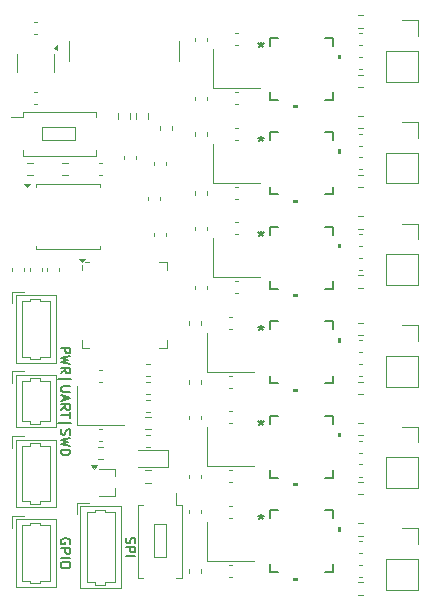
<source format=gbr>
%TF.GenerationSoftware,KiCad,Pcbnew,8.0.8*%
%TF.CreationDate,2025-01-27T12:16:44-05:00*%
%TF.ProjectId,CAN Board,43414e20-426f-4617-9264-2e6b69636164,rev?*%
%TF.SameCoordinates,Original*%
%TF.FileFunction,Legend,Top*%
%TF.FilePolarity,Positive*%
%FSLAX46Y46*%
G04 Gerber Fmt 4.6, Leading zero omitted, Abs format (unit mm)*
G04 Created by KiCad (PCBNEW 8.0.8) date 2025-01-27 12:16:44*
%MOMM*%
%LPD*%
G01*
G04 APERTURE LIST*
%ADD10C,0.150000*%
%ADD11C,0.120000*%
%ADD12C,0.152400*%
%ADD13C,0.000000*%
G04 APERTURE END LIST*
D10*
X31637704Y-40591666D02*
X32437704Y-40591666D01*
X32437704Y-40591666D02*
X32437704Y-40896428D01*
X32437704Y-40896428D02*
X32399609Y-40972618D01*
X32399609Y-40972618D02*
X32361514Y-41010713D01*
X32361514Y-41010713D02*
X32285323Y-41048809D01*
X32285323Y-41048809D02*
X32171038Y-41048809D01*
X32171038Y-41048809D02*
X32094847Y-41010713D01*
X32094847Y-41010713D02*
X32056752Y-40972618D01*
X32056752Y-40972618D02*
X32018657Y-40896428D01*
X32018657Y-40896428D02*
X32018657Y-40591666D01*
X32437704Y-41315475D02*
X31637704Y-41505951D01*
X31637704Y-41505951D02*
X32209133Y-41658332D01*
X32209133Y-41658332D02*
X31637704Y-41810713D01*
X31637704Y-41810713D02*
X32437704Y-42001190D01*
X31637704Y-42763095D02*
X32018657Y-42496428D01*
X31637704Y-42305952D02*
X32437704Y-42305952D01*
X32437704Y-42305952D02*
X32437704Y-42610714D01*
X32437704Y-42610714D02*
X32399609Y-42686904D01*
X32399609Y-42686904D02*
X32361514Y-42724999D01*
X32361514Y-42724999D02*
X32285323Y-42763095D01*
X32285323Y-42763095D02*
X32171038Y-42763095D01*
X32171038Y-42763095D02*
X32094847Y-42724999D01*
X32094847Y-42724999D02*
X32056752Y-42686904D01*
X32056752Y-42686904D02*
X32018657Y-42610714D01*
X32018657Y-42610714D02*
X32018657Y-42305952D01*
X31371038Y-43296428D02*
X32513895Y-43296428D01*
X32437704Y-43867857D02*
X31790085Y-43867857D01*
X31790085Y-43867857D02*
X31713895Y-43905952D01*
X31713895Y-43905952D02*
X31675800Y-43944047D01*
X31675800Y-43944047D02*
X31637704Y-44020238D01*
X31637704Y-44020238D02*
X31637704Y-44172619D01*
X31637704Y-44172619D02*
X31675800Y-44248809D01*
X31675800Y-44248809D02*
X31713895Y-44286904D01*
X31713895Y-44286904D02*
X31790085Y-44325000D01*
X31790085Y-44325000D02*
X32437704Y-44325000D01*
X31866276Y-44667856D02*
X31866276Y-45048809D01*
X31637704Y-44591666D02*
X32437704Y-44858333D01*
X32437704Y-44858333D02*
X31637704Y-45124999D01*
X31637704Y-45848809D02*
X32018657Y-45582142D01*
X31637704Y-45391666D02*
X32437704Y-45391666D01*
X32437704Y-45391666D02*
X32437704Y-45696428D01*
X32437704Y-45696428D02*
X32399609Y-45772618D01*
X32399609Y-45772618D02*
X32361514Y-45810713D01*
X32361514Y-45810713D02*
X32285323Y-45848809D01*
X32285323Y-45848809D02*
X32171038Y-45848809D01*
X32171038Y-45848809D02*
X32094847Y-45810713D01*
X32094847Y-45810713D02*
X32056752Y-45772618D01*
X32056752Y-45772618D02*
X32018657Y-45696428D01*
X32018657Y-45696428D02*
X32018657Y-45391666D01*
X32437704Y-46077380D02*
X32437704Y-46534523D01*
X31637704Y-46305951D02*
X32437704Y-46305951D01*
X31371038Y-46991666D02*
X32513895Y-46991666D01*
X31675800Y-47524999D02*
X31637704Y-47639285D01*
X31637704Y-47639285D02*
X31637704Y-47829761D01*
X31637704Y-47829761D02*
X31675800Y-47905952D01*
X31675800Y-47905952D02*
X31713895Y-47944047D01*
X31713895Y-47944047D02*
X31790085Y-47982142D01*
X31790085Y-47982142D02*
X31866276Y-47982142D01*
X31866276Y-47982142D02*
X31942466Y-47944047D01*
X31942466Y-47944047D02*
X31980561Y-47905952D01*
X31980561Y-47905952D02*
X32018657Y-47829761D01*
X32018657Y-47829761D02*
X32056752Y-47677380D01*
X32056752Y-47677380D02*
X32094847Y-47601190D01*
X32094847Y-47601190D02*
X32132942Y-47563095D01*
X32132942Y-47563095D02*
X32209133Y-47524999D01*
X32209133Y-47524999D02*
X32285323Y-47524999D01*
X32285323Y-47524999D02*
X32361514Y-47563095D01*
X32361514Y-47563095D02*
X32399609Y-47601190D01*
X32399609Y-47601190D02*
X32437704Y-47677380D01*
X32437704Y-47677380D02*
X32437704Y-47867857D01*
X32437704Y-47867857D02*
X32399609Y-47982142D01*
X32437704Y-48248809D02*
X31637704Y-48439285D01*
X31637704Y-48439285D02*
X32209133Y-48591666D01*
X32209133Y-48591666D02*
X31637704Y-48744047D01*
X31637704Y-48744047D02*
X32437704Y-48934524D01*
X31637704Y-49239286D02*
X32437704Y-49239286D01*
X32437704Y-49239286D02*
X32437704Y-49429762D01*
X32437704Y-49429762D02*
X32399609Y-49544048D01*
X32399609Y-49544048D02*
X32323419Y-49620238D01*
X32323419Y-49620238D02*
X32247228Y-49658333D01*
X32247228Y-49658333D02*
X32094847Y-49696429D01*
X32094847Y-49696429D02*
X31980561Y-49696429D01*
X31980561Y-49696429D02*
X31828180Y-49658333D01*
X31828180Y-49658333D02*
X31751990Y-49620238D01*
X31751990Y-49620238D02*
X31675800Y-49544048D01*
X31675800Y-49544048D02*
X31637704Y-49429762D01*
X31637704Y-49429762D02*
X31637704Y-49239286D01*
X32399609Y-57200000D02*
X32437704Y-57123810D01*
X32437704Y-57123810D02*
X32437704Y-57009524D01*
X32437704Y-57009524D02*
X32399609Y-56895238D01*
X32399609Y-56895238D02*
X32323419Y-56819048D01*
X32323419Y-56819048D02*
X32247228Y-56780953D01*
X32247228Y-56780953D02*
X32094847Y-56742857D01*
X32094847Y-56742857D02*
X31980561Y-56742857D01*
X31980561Y-56742857D02*
X31828180Y-56780953D01*
X31828180Y-56780953D02*
X31751990Y-56819048D01*
X31751990Y-56819048D02*
X31675800Y-56895238D01*
X31675800Y-56895238D02*
X31637704Y-57009524D01*
X31637704Y-57009524D02*
X31637704Y-57085715D01*
X31637704Y-57085715D02*
X31675800Y-57200000D01*
X31675800Y-57200000D02*
X31713895Y-57238096D01*
X31713895Y-57238096D02*
X31980561Y-57238096D01*
X31980561Y-57238096D02*
X31980561Y-57085715D01*
X31637704Y-57580953D02*
X32437704Y-57580953D01*
X32437704Y-57580953D02*
X32437704Y-57885715D01*
X32437704Y-57885715D02*
X32399609Y-57961905D01*
X32399609Y-57961905D02*
X32361514Y-58000000D01*
X32361514Y-58000000D02*
X32285323Y-58038096D01*
X32285323Y-58038096D02*
X32171038Y-58038096D01*
X32171038Y-58038096D02*
X32094847Y-58000000D01*
X32094847Y-58000000D02*
X32056752Y-57961905D01*
X32056752Y-57961905D02*
X32018657Y-57885715D01*
X32018657Y-57885715D02*
X32018657Y-57580953D01*
X31637704Y-58380953D02*
X32437704Y-58380953D01*
X32437704Y-58914286D02*
X32437704Y-59066667D01*
X32437704Y-59066667D02*
X32399609Y-59142857D01*
X32399609Y-59142857D02*
X32323419Y-59219048D01*
X32323419Y-59219048D02*
X32171038Y-59257143D01*
X32171038Y-59257143D02*
X31904371Y-59257143D01*
X31904371Y-59257143D02*
X31751990Y-59219048D01*
X31751990Y-59219048D02*
X31675800Y-59142857D01*
X31675800Y-59142857D02*
X31637704Y-59066667D01*
X31637704Y-59066667D02*
X31637704Y-58914286D01*
X31637704Y-58914286D02*
X31675800Y-58838095D01*
X31675800Y-58838095D02*
X31751990Y-58761905D01*
X31751990Y-58761905D02*
X31904371Y-58723809D01*
X31904371Y-58723809D02*
X32171038Y-58723809D01*
X32171038Y-58723809D02*
X32323419Y-58761905D01*
X32323419Y-58761905D02*
X32399609Y-58838095D01*
X32399609Y-58838095D02*
X32437704Y-58914286D01*
X37175800Y-56680952D02*
X37137704Y-56795238D01*
X37137704Y-56795238D02*
X37137704Y-56985714D01*
X37137704Y-56985714D02*
X37175800Y-57061905D01*
X37175800Y-57061905D02*
X37213895Y-57100000D01*
X37213895Y-57100000D02*
X37290085Y-57138095D01*
X37290085Y-57138095D02*
X37366276Y-57138095D01*
X37366276Y-57138095D02*
X37442466Y-57100000D01*
X37442466Y-57100000D02*
X37480561Y-57061905D01*
X37480561Y-57061905D02*
X37518657Y-56985714D01*
X37518657Y-56985714D02*
X37556752Y-56833333D01*
X37556752Y-56833333D02*
X37594847Y-56757143D01*
X37594847Y-56757143D02*
X37632942Y-56719048D01*
X37632942Y-56719048D02*
X37709133Y-56680952D01*
X37709133Y-56680952D02*
X37785323Y-56680952D01*
X37785323Y-56680952D02*
X37861514Y-56719048D01*
X37861514Y-56719048D02*
X37899609Y-56757143D01*
X37899609Y-56757143D02*
X37937704Y-56833333D01*
X37937704Y-56833333D02*
X37937704Y-57023810D01*
X37937704Y-57023810D02*
X37899609Y-57138095D01*
X37137704Y-57480953D02*
X37937704Y-57480953D01*
X37937704Y-57480953D02*
X37937704Y-57785715D01*
X37937704Y-57785715D02*
X37899609Y-57861905D01*
X37899609Y-57861905D02*
X37861514Y-57900000D01*
X37861514Y-57900000D02*
X37785323Y-57938096D01*
X37785323Y-57938096D02*
X37671038Y-57938096D01*
X37671038Y-57938096D02*
X37594847Y-57900000D01*
X37594847Y-57900000D02*
X37556752Y-57861905D01*
X37556752Y-57861905D02*
X37518657Y-57785715D01*
X37518657Y-57785715D02*
X37518657Y-57480953D01*
X37137704Y-58280953D02*
X37937704Y-58280953D01*
X48558300Y-46704819D02*
X48558300Y-46942914D01*
X48320205Y-46847676D02*
X48558300Y-46942914D01*
X48558300Y-46942914D02*
X48796395Y-46847676D01*
X48415443Y-47133390D02*
X48558300Y-46942914D01*
X48558300Y-46942914D02*
X48701157Y-47133390D01*
X48558300Y-46704819D02*
X48558300Y-46942914D01*
X48320205Y-46847676D02*
X48558300Y-46942914D01*
X48558300Y-46942914D02*
X48796395Y-46847676D01*
X48415443Y-47133390D02*
X48558300Y-46942914D01*
X48558300Y-46942914D02*
X48701157Y-47133390D01*
X48558300Y-14704819D02*
X48558300Y-14942914D01*
X48320205Y-14847676D02*
X48558300Y-14942914D01*
X48558300Y-14942914D02*
X48796395Y-14847676D01*
X48415443Y-15133390D02*
X48558300Y-14942914D01*
X48558300Y-14942914D02*
X48701157Y-15133390D01*
X48558300Y-14704819D02*
X48558300Y-14942914D01*
X48320205Y-14847676D02*
X48558300Y-14942914D01*
X48558300Y-14942914D02*
X48796395Y-14847676D01*
X48415443Y-15133390D02*
X48558300Y-14942914D01*
X48558300Y-14942914D02*
X48701157Y-15133390D01*
X48558300Y-54704819D02*
X48558300Y-54942914D01*
X48320205Y-54847676D02*
X48558300Y-54942914D01*
X48558300Y-54942914D02*
X48796395Y-54847676D01*
X48415443Y-55133390D02*
X48558300Y-54942914D01*
X48558300Y-54942914D02*
X48701157Y-55133390D01*
X48558300Y-54704819D02*
X48558300Y-54942914D01*
X48320205Y-54847676D02*
X48558300Y-54942914D01*
X48558300Y-54942914D02*
X48796395Y-54847676D01*
X48415443Y-55133390D02*
X48558300Y-54942914D01*
X48558300Y-54942914D02*
X48701157Y-55133390D01*
X48558300Y-38704819D02*
X48558300Y-38942914D01*
X48320205Y-38847676D02*
X48558300Y-38942914D01*
X48558300Y-38942914D02*
X48796395Y-38847676D01*
X48415443Y-39133390D02*
X48558300Y-38942914D01*
X48558300Y-38942914D02*
X48701157Y-39133390D01*
X48558300Y-38704819D02*
X48558300Y-38942914D01*
X48320205Y-38847676D02*
X48558300Y-38942914D01*
X48558300Y-38942914D02*
X48796395Y-38847676D01*
X48415443Y-39133390D02*
X48558300Y-38942914D01*
X48558300Y-38942914D02*
X48701157Y-39133390D01*
X48558300Y-30704819D02*
X48558300Y-30942914D01*
X48320205Y-30847676D02*
X48558300Y-30942914D01*
X48558300Y-30942914D02*
X48796395Y-30847676D01*
X48415443Y-31133390D02*
X48558300Y-30942914D01*
X48558300Y-30942914D02*
X48701157Y-31133390D01*
X48558300Y-30704819D02*
X48558300Y-30942914D01*
X48320205Y-30847676D02*
X48558300Y-30942914D01*
X48558300Y-30942914D02*
X48796395Y-30847676D01*
X48415443Y-31133390D02*
X48558300Y-30942914D01*
X48558300Y-30942914D02*
X48701157Y-31133390D01*
X48558300Y-22704819D02*
X48558300Y-22942914D01*
X48320205Y-22847676D02*
X48558300Y-22942914D01*
X48558300Y-22942914D02*
X48796395Y-22847676D01*
X48415443Y-23133390D02*
X48558300Y-22942914D01*
X48558300Y-22942914D02*
X48701157Y-23133390D01*
X48558300Y-22704819D02*
X48558300Y-22942914D01*
X48320205Y-22847676D02*
X48558300Y-22942914D01*
X48558300Y-22942914D02*
X48796395Y-22847676D01*
X48415443Y-23133390D02*
X48558300Y-22942914D01*
X48558300Y-22942914D02*
X48701157Y-23133390D01*
D11*
%TO.C,C48*%
X42490000Y-51640580D02*
X42490000Y-51359420D01*
X43510000Y-51640580D02*
X43510000Y-51359420D01*
%TO.C,Y7*%
X44000000Y-55350000D02*
X44000000Y-58650000D01*
X44000000Y-58650000D02*
X48000000Y-58650000D01*
%TO.C,C54*%
X46140580Y-53990000D02*
X45859420Y-53990000D01*
X46140580Y-55010000D02*
X45859420Y-55010000D01*
%TO.C,R2*%
X35237258Y-48977500D02*
X34762742Y-48977500D01*
X35237258Y-50022500D02*
X34762742Y-50022500D01*
%TO.C,C34*%
X42990000Y-35640580D02*
X42990000Y-35359420D01*
X44010000Y-35640580D02*
X44010000Y-35359420D01*
%TO.C,J3*%
X32330000Y-14600000D02*
X32330000Y-16300000D01*
X41670000Y-14600000D02*
X41670000Y-16300000D01*
%TO.C,C56*%
X42490000Y-54359420D02*
X42490000Y-54640580D01*
X43510000Y-54359420D02*
X43510000Y-54640580D01*
%TO.C,Y1*%
X33000000Y-43850000D02*
X33000000Y-47150000D01*
X33000000Y-47150000D02*
X37000000Y-47150000D01*
D12*
%TO.C,U8*%
X49371100Y-46371100D02*
X49371100Y-47040260D01*
X49371100Y-50959740D02*
X49371100Y-51628900D01*
X49371100Y-51628900D02*
X50040260Y-51628900D01*
X50040260Y-46371100D02*
X49371100Y-46371100D01*
X53959740Y-51628900D02*
X54628900Y-51628900D01*
X54628900Y-46371100D02*
X53959740Y-46371100D01*
X54628900Y-47040260D02*
X54628900Y-46371100D01*
X54628900Y-51628900D02*
X54628900Y-50959740D01*
D13*
G36*
X51690501Y-52314700D02*
G01*
X51309501Y-52314700D01*
X51309501Y-52060700D01*
X51690501Y-52060700D01*
X51690501Y-52314700D01*
G37*
G36*
X55314700Y-48190499D02*
G01*
X55060700Y-48190499D01*
X55060700Y-47809499D01*
X55314700Y-47809499D01*
X55314700Y-48190499D01*
G37*
D11*
%TO.C,R12*%
X56762742Y-29477500D02*
X57237258Y-29477500D01*
X56762742Y-30522500D02*
X57237258Y-30522500D01*
%TO.C,C11*%
X27490000Y-34140580D02*
X27490000Y-33859420D01*
X28510000Y-34140580D02*
X28510000Y-33859420D01*
%TO.C,C51*%
X57140580Y-48490000D02*
X56859420Y-48490000D01*
X57140580Y-49510000D02*
X56859420Y-49510000D01*
%TO.C,C41*%
X42490000Y-43640580D02*
X42490000Y-43359420D01*
X43510000Y-43640580D02*
X43510000Y-43359420D01*
%TO.C,C8*%
X36990000Y-24640580D02*
X36990000Y-24359420D01*
X38010000Y-24640580D02*
X38010000Y-24359420D01*
%TO.C,C9*%
X34859420Y-24990000D02*
X35140580Y-24990000D01*
X34859420Y-26010000D02*
X35140580Y-26010000D01*
%TO.C,C13*%
X30490000Y-34140580D02*
X30490000Y-33859420D01*
X31510000Y-34140580D02*
X31510000Y-33859420D01*
%TO.C,R4*%
X37977500Y-20762742D02*
X37977500Y-21237258D01*
X39022500Y-20762742D02*
X39022500Y-21237258D01*
%TO.C,C33*%
X46640580Y-29990000D02*
X46359420Y-29990000D01*
X46640580Y-31010000D02*
X46359420Y-31010000D01*
%TO.C,C25*%
X46359420Y-26990000D02*
X46640580Y-26990000D01*
X46359420Y-28010000D02*
X46640580Y-28010000D01*
%TO.C,J2*%
X33000000Y-53725000D02*
X33000000Y-54725000D01*
X33000000Y-53725000D02*
X34000000Y-53725000D01*
X33290000Y-54015000D02*
X33290000Y-60985000D01*
X33290000Y-60985000D02*
X36710000Y-60985000D01*
X33800000Y-54525000D02*
X34550000Y-54525000D01*
X33800000Y-57500000D02*
X33800000Y-54525000D01*
X33800000Y-57500000D02*
X33800000Y-60475000D01*
X33800000Y-60475000D02*
X34550000Y-60475000D01*
X34550000Y-54325000D02*
X35350000Y-54325000D01*
X34550000Y-54525000D02*
X34550000Y-54325000D01*
X34550000Y-60475000D02*
X34550000Y-60675000D01*
X34550000Y-60675000D02*
X35350000Y-60675000D01*
X35350000Y-54325000D02*
X35350000Y-54525000D01*
X35350000Y-54525000D02*
X36200000Y-54525000D01*
X35350000Y-60475000D02*
X36200000Y-60475000D01*
X35350000Y-60675000D02*
X35350000Y-60475000D01*
X36200000Y-54525000D02*
X36200000Y-57500000D01*
X36200000Y-60475000D02*
X36200000Y-57500000D01*
X36710000Y-54015000D02*
X33290000Y-54015000D01*
X36710000Y-60985000D02*
X36710000Y-54015000D01*
%TO.C,C22*%
X57140580Y-15990000D02*
X56859420Y-15990000D01*
X57140580Y-17010000D02*
X56859420Y-17010000D01*
%TO.C,C53*%
X45859420Y-58990000D02*
X46140580Y-58990000D01*
X45859420Y-60010000D02*
X46140580Y-60010000D01*
D12*
%TO.C,U4*%
X49371100Y-14371100D02*
X49371100Y-15040260D01*
X49371100Y-18959740D02*
X49371100Y-19628900D01*
X49371100Y-19628900D02*
X50040260Y-19628900D01*
X50040260Y-14371100D02*
X49371100Y-14371100D01*
X53959740Y-19628900D02*
X54628900Y-19628900D01*
X54628900Y-14371100D02*
X53959740Y-14371100D01*
X54628900Y-15040260D02*
X54628900Y-14371100D01*
X54628900Y-19628900D02*
X54628900Y-18959740D01*
D13*
G36*
X51690501Y-20314700D02*
G01*
X51309501Y-20314700D01*
X51309501Y-20060700D01*
X51690501Y-20060700D01*
X51690501Y-20314700D01*
G37*
G36*
X55314700Y-16190499D02*
G01*
X55060700Y-16190499D01*
X55060700Y-15809499D01*
X55314700Y-15809499D01*
X55314700Y-16190499D01*
G37*
D11*
%TO.C,C32*%
X46359420Y-34990000D02*
X46640580Y-34990000D01*
X46359420Y-36010000D02*
X46640580Y-36010000D01*
%TO.C,C27*%
X42990000Y-27640580D02*
X42990000Y-27359420D01*
X44010000Y-27640580D02*
X44010000Y-27359420D01*
%TO.C,Y3*%
X44500000Y-23350000D02*
X44500000Y-26650000D01*
X44500000Y-26650000D02*
X48500000Y-26650000D01*
%TO.C,C36*%
X57140580Y-32990000D02*
X56859420Y-32990000D01*
X57140580Y-34010000D02*
X56859420Y-34010000D01*
%TO.C,C40*%
X46140580Y-37990000D02*
X45859420Y-37990000D01*
X46140580Y-39010000D02*
X45859420Y-39010000D01*
%TO.C,R15*%
X56762742Y-51977500D02*
X57237258Y-51977500D01*
X56762742Y-53022500D02*
X57237258Y-53022500D01*
%TO.C,C43*%
X57140580Y-41990000D02*
X56859420Y-41990000D01*
X57140580Y-43010000D02*
X56859420Y-43010000D01*
D12*
%TO.C,U9*%
X49371100Y-54371100D02*
X49371100Y-55040260D01*
X49371100Y-58959740D02*
X49371100Y-59628900D01*
X49371100Y-59628900D02*
X50040260Y-59628900D01*
X50040260Y-54371100D02*
X49371100Y-54371100D01*
X53959740Y-59628900D02*
X54628900Y-59628900D01*
X54628900Y-54371100D02*
X53959740Y-54371100D01*
X54628900Y-55040260D02*
X54628900Y-54371100D01*
X54628900Y-59628900D02*
X54628900Y-58959740D01*
D13*
G36*
X51690501Y-60314700D02*
G01*
X51309501Y-60314700D01*
X51309501Y-60060700D01*
X51690501Y-60060700D01*
X51690501Y-60314700D01*
G37*
G36*
X55314700Y-56190499D02*
G01*
X55060700Y-56190499D01*
X55060700Y-55809499D01*
X55314700Y-55809499D01*
X55314700Y-56190499D01*
G37*
D12*
%TO.C,U7*%
X49371100Y-38371100D02*
X49371100Y-39040260D01*
X49371100Y-42959740D02*
X49371100Y-43628900D01*
X49371100Y-43628900D02*
X50040260Y-43628900D01*
X50040260Y-38371100D02*
X49371100Y-38371100D01*
X53959740Y-43628900D02*
X54628900Y-43628900D01*
X54628900Y-38371100D02*
X53959740Y-38371100D01*
X54628900Y-39040260D02*
X54628900Y-38371100D01*
X54628900Y-43628900D02*
X54628900Y-42959740D01*
D13*
G36*
X51690501Y-44314700D02*
G01*
X51309501Y-44314700D01*
X51309501Y-44060700D01*
X51690501Y-44060700D01*
X51690501Y-44314700D01*
G37*
G36*
X55314700Y-40190499D02*
G01*
X55060700Y-40190499D01*
X55060700Y-39809499D01*
X55314700Y-39809499D01*
X55314700Y-40190499D01*
G37*
D11*
%TO.C,J8*%
X59170000Y-49895000D02*
X59170000Y-52495000D01*
X59170000Y-49895000D02*
X61830000Y-49895000D01*
X59170000Y-52495000D02*
X61830000Y-52495000D01*
X60500000Y-47295000D02*
X61830000Y-47295000D01*
X61830000Y-47295000D02*
X61830000Y-48625000D01*
X61830000Y-49895000D02*
X61830000Y-52495000D01*
%TO.C,R18*%
X56762742Y-55477500D02*
X57237258Y-55477500D01*
X56762742Y-56522500D02*
X57237258Y-56522500D01*
%TO.C,C12*%
X28990000Y-34140580D02*
X28990000Y-33859420D01*
X30010000Y-34140580D02*
X30010000Y-33859420D01*
%TO.C,R9*%
X56762742Y-25977500D02*
X57237258Y-25977500D01*
X56762742Y-27022500D02*
X57237258Y-27022500D01*
%TO.C,C7*%
X39490000Y-31140580D02*
X39490000Y-30859420D01*
X40510000Y-31140580D02*
X40510000Y-30859420D01*
%TO.C,U2*%
X29525000Y-26775000D02*
X29525000Y-27035000D01*
X29525000Y-32225000D02*
X29525000Y-31965000D01*
X32250000Y-26775000D02*
X29525000Y-26775000D01*
X32250000Y-26775000D02*
X34975000Y-26775000D01*
X32250000Y-32225000D02*
X29525000Y-32225000D01*
X32250000Y-32225000D02*
X34975000Y-32225000D01*
X34975000Y-26775000D02*
X34975000Y-27035000D01*
X34975000Y-32225000D02*
X34975000Y-31965000D01*
X28742500Y-27035000D02*
X28502500Y-26705000D01*
X28982500Y-26705000D01*
X28742500Y-27035000D01*
G36*
X28742500Y-27035000D02*
G01*
X28502500Y-26705000D01*
X28982500Y-26705000D01*
X28742500Y-27035000D01*
G37*
%TO.C,R7*%
X56762742Y-17477500D02*
X57237258Y-17477500D01*
X56762742Y-18522500D02*
X57237258Y-18522500D01*
%TO.C,C18*%
X46359420Y-18990000D02*
X46640580Y-18990000D01*
X46359420Y-20010000D02*
X46640580Y-20010000D01*
%TO.C,Y5*%
X44000000Y-39350000D02*
X44000000Y-42650000D01*
X44000000Y-42650000D02*
X48000000Y-42650000D01*
%TO.C,C50*%
X57140580Y-50490000D02*
X56859420Y-50490000D01*
X57140580Y-51510000D02*
X56859420Y-51510000D01*
%TO.C,R6*%
X32237258Y-24977500D02*
X31762742Y-24977500D01*
X32237258Y-26022500D02*
X31762742Y-26022500D01*
%TO.C,SW2*%
X28400000Y-20650000D02*
X28400000Y-21110000D01*
X28400000Y-21110000D02*
X27400000Y-21110000D01*
X28400000Y-23890000D02*
X28400000Y-24350000D01*
X28400000Y-24350000D02*
X34600000Y-24350000D01*
X34600000Y-20650000D02*
X28400000Y-20650000D01*
X34600000Y-20650000D02*
X34600000Y-21110000D01*
X34600000Y-23890000D02*
X34600000Y-24350000D01*
X30000000Y-21950000D02*
X32850000Y-21950000D01*
X32850000Y-23000000D01*
X30000000Y-23000000D01*
X30000000Y-21950000D01*
%TO.C,C15*%
X39490000Y-24859420D02*
X39490000Y-25140580D01*
X40510000Y-24859420D02*
X40510000Y-25140580D01*
%TO.C,J7*%
X59170000Y-41295000D02*
X59170000Y-43895000D01*
X59170000Y-41295000D02*
X61830000Y-41295000D01*
X59170000Y-43895000D02*
X61830000Y-43895000D01*
X60500000Y-38695000D02*
X61830000Y-38695000D01*
X61830000Y-38695000D02*
X61830000Y-40025000D01*
X61830000Y-41295000D02*
X61830000Y-43895000D01*
%TO.C,Y4*%
X44500000Y-31350000D02*
X44500000Y-34650000D01*
X44500000Y-34650000D02*
X48500000Y-34650000D01*
%TO.C,C42*%
X42490000Y-38359420D02*
X42490000Y-38640580D01*
X43510000Y-38359420D02*
X43510000Y-38640580D01*
D12*
%TO.C,U6*%
X49371100Y-30371100D02*
X49371100Y-31040260D01*
X49371100Y-34959740D02*
X49371100Y-35628900D01*
X49371100Y-35628900D02*
X50040260Y-35628900D01*
X50040260Y-30371100D02*
X49371100Y-30371100D01*
X53959740Y-35628900D02*
X54628900Y-35628900D01*
X54628900Y-30371100D02*
X53959740Y-30371100D01*
X54628900Y-31040260D02*
X54628900Y-30371100D01*
X54628900Y-35628900D02*
X54628900Y-34959740D01*
D13*
G36*
X51690501Y-36314700D02*
G01*
X51309501Y-36314700D01*
X51309501Y-36060700D01*
X51690501Y-36060700D01*
X51690501Y-36314700D01*
G37*
G36*
X55314700Y-32190499D02*
G01*
X55060700Y-32190499D01*
X55060700Y-31809499D01*
X55314700Y-31809499D01*
X55314700Y-32190499D01*
G37*
D11*
%TO.C,C19*%
X46640580Y-13990000D02*
X46359420Y-13990000D01*
X46640580Y-15010000D02*
X46359420Y-15010000D01*
%TO.C,C30*%
X57140580Y-22490000D02*
X56859420Y-22490000D01*
X57140580Y-23510000D02*
X56859420Y-23510000D01*
%TO.C,C17*%
X29640580Y-18990000D02*
X29359420Y-18990000D01*
X29640580Y-20010000D02*
X29359420Y-20010000D01*
%TO.C,C23*%
X57140580Y-13990000D02*
X56859420Y-13990000D01*
X57140580Y-15010000D02*
X56859420Y-15010000D01*
%TO.C,C35*%
X42990000Y-30359420D02*
X42990000Y-30640580D01*
X44010000Y-30359420D02*
X44010000Y-30640580D01*
%TO.C,C3*%
X38859420Y-47990000D02*
X39140580Y-47990000D01*
X38859420Y-49010000D02*
X39140580Y-49010000D01*
%TO.C,C26*%
X46640580Y-21990000D02*
X46359420Y-21990000D01*
X46640580Y-23010000D02*
X46359420Y-23010000D01*
%TO.C,C20*%
X42990000Y-19640580D02*
X42990000Y-19359420D01*
X44010000Y-19640580D02*
X44010000Y-19359420D01*
%TO.C,U3*%
X27940000Y-16500000D02*
X27940000Y-15700000D01*
X27940000Y-16500000D02*
X27940000Y-17300000D01*
X31060000Y-16500000D02*
X31060000Y-15700000D01*
X31060000Y-16500000D02*
X31060000Y-17300000D01*
X31340000Y-15440000D02*
X31010000Y-15200000D01*
X31340000Y-14960000D01*
X31340000Y-15440000D01*
G36*
X31340000Y-15440000D02*
G01*
X31010000Y-15200000D01*
X31340000Y-14960000D01*
X31340000Y-15440000D01*
G37*
%TO.C,C57*%
X57140580Y-58990000D02*
X56859420Y-58990000D01*
X57140580Y-60010000D02*
X56859420Y-60010000D01*
%TO.C,C39*%
X45859420Y-42990000D02*
X46140580Y-42990000D01*
X45859420Y-44010000D02*
X46140580Y-44010000D01*
%TO.C,R1*%
X38762742Y-46477500D02*
X39237258Y-46477500D01*
X38762742Y-47522500D02*
X39237258Y-47522500D01*
%TO.C,D1*%
X38200000Y-50735000D02*
X40660000Y-50735000D01*
X40660000Y-49265000D02*
X38200000Y-49265000D01*
X40660000Y-50735000D02*
X40660000Y-49265000D01*
%TO.C,C2*%
X34859420Y-47490000D02*
X35140580Y-47490000D01*
X34859420Y-48510000D02*
X35140580Y-48510000D01*
%TO.C,U1*%
X33390000Y-34040000D02*
X33390000Y-33630000D01*
X33390000Y-40610000D02*
X33390000Y-39960000D01*
X34040000Y-33390000D02*
X33690000Y-33390000D01*
X34040000Y-40610000D02*
X33390000Y-40610000D01*
X39960000Y-33390000D02*
X40610000Y-33390000D01*
X39960000Y-40610000D02*
X40610000Y-40610000D01*
X40610000Y-33390000D02*
X40610000Y-34040000D01*
X40610000Y-40610000D02*
X40610000Y-39960000D01*
X33390000Y-33390000D02*
X33150000Y-33060000D01*
X33630000Y-33060000D01*
X33390000Y-33390000D01*
G36*
X33390000Y-33390000D02*
G01*
X33150000Y-33060000D01*
X33630000Y-33060000D01*
X33390000Y-33390000D01*
G37*
%TO.C,C49*%
X42490000Y-46359420D02*
X42490000Y-46640580D01*
X43510000Y-46359420D02*
X43510000Y-46640580D01*
%TO.C,R16*%
X56762742Y-46977500D02*
X57237258Y-46977500D01*
X56762742Y-48022500D02*
X57237258Y-48022500D01*
%TO.C,R17*%
X56762742Y-60477500D02*
X57237258Y-60477500D01*
X56762742Y-61522500D02*
X57237258Y-61522500D01*
%TO.C,R3*%
X36477500Y-20762742D02*
X36477500Y-21237258D01*
X37522500Y-20762742D02*
X37522500Y-21237258D01*
%TO.C,J10*%
X27500000Y-42600000D02*
X27500000Y-43600000D01*
X27500000Y-42600000D02*
X28500000Y-42600000D01*
X27790000Y-42890000D02*
X27790000Y-47360000D01*
X27790000Y-47360000D02*
X31210000Y-47360000D01*
X28300000Y-43400000D02*
X29050000Y-43400000D01*
X28300000Y-45125000D02*
X28300000Y-43400000D01*
X28300000Y-45125000D02*
X28300000Y-46850000D01*
X28300000Y-46850000D02*
X29050000Y-46850000D01*
X29050000Y-43200000D02*
X29850000Y-43200000D01*
X29050000Y-43400000D02*
X29050000Y-43200000D01*
X29050000Y-46850000D02*
X29050000Y-47050000D01*
X29050000Y-47050000D02*
X29850000Y-47050000D01*
X29850000Y-43200000D02*
X29850000Y-43400000D01*
X29850000Y-43400000D02*
X30700000Y-43400000D01*
X29850000Y-46850000D02*
X30700000Y-46850000D01*
X29850000Y-47050000D02*
X29850000Y-46850000D01*
X30700000Y-43400000D02*
X30700000Y-45125000D01*
X30700000Y-46850000D02*
X30700000Y-45125000D01*
X31210000Y-42890000D02*
X27790000Y-42890000D01*
X31210000Y-47360000D02*
X31210000Y-42890000D01*
%TO.C,C16*%
X29359420Y-12990000D02*
X29640580Y-12990000D01*
X29359420Y-14010000D02*
X29640580Y-14010000D01*
%TO.C,J1*%
X27500000Y-54850000D02*
X27500000Y-55850000D01*
X27500000Y-54850000D02*
X28500000Y-54850000D01*
X27790000Y-55140000D02*
X27790000Y-60860000D01*
X27790000Y-60860000D02*
X31210000Y-60860000D01*
X28300000Y-55650000D02*
X29050000Y-55650000D01*
X28300000Y-58000000D02*
X28300000Y-55650000D01*
X28300000Y-58000000D02*
X28300000Y-60350000D01*
X28300000Y-60350000D02*
X29050000Y-60350000D01*
X29050000Y-55450000D02*
X29850000Y-55450000D01*
X29050000Y-55650000D02*
X29050000Y-55450000D01*
X29050000Y-60350000D02*
X29050000Y-60550000D01*
X29050000Y-60550000D02*
X29850000Y-60550000D01*
X29850000Y-55450000D02*
X29850000Y-55650000D01*
X29850000Y-55650000D02*
X30700000Y-55650000D01*
X29850000Y-60350000D02*
X30700000Y-60350000D01*
X29850000Y-60550000D02*
X29850000Y-60350000D01*
X30700000Y-55650000D02*
X30700000Y-58000000D01*
X30700000Y-60350000D02*
X30700000Y-58000000D01*
X31210000Y-55140000D02*
X27790000Y-55140000D01*
X31210000Y-60860000D02*
X31210000Y-55140000D01*
%TO.C,Y2*%
X44500000Y-15350000D02*
X44500000Y-18650000D01*
X44500000Y-18650000D02*
X48500000Y-18650000D01*
%TO.C,R19*%
X39254724Y-50977500D02*
X38745276Y-50977500D01*
X39254724Y-52022500D02*
X38745276Y-52022500D01*
%TO.C,J6*%
X59170000Y-32695000D02*
X59170000Y-35295000D01*
X59170000Y-32695000D02*
X61830000Y-32695000D01*
X59170000Y-35295000D02*
X61830000Y-35295000D01*
X60500000Y-30095000D02*
X61830000Y-30095000D01*
X61830000Y-30095000D02*
X61830000Y-31425000D01*
X61830000Y-32695000D02*
X61830000Y-35295000D01*
%TO.C,C6*%
X38990000Y-28140580D02*
X38990000Y-27859420D01*
X40010000Y-28140580D02*
X40010000Y-27859420D01*
%TO.C,C47*%
X46140580Y-45990000D02*
X45859420Y-45990000D01*
X46140580Y-47010000D02*
X45859420Y-47010000D01*
%TO.C,J9*%
X59170000Y-58495000D02*
X59170000Y-61095000D01*
X59170000Y-58495000D02*
X61830000Y-58495000D01*
X59170000Y-61095000D02*
X61830000Y-61095000D01*
X60500000Y-55895000D02*
X61830000Y-55895000D01*
X61830000Y-55895000D02*
X61830000Y-57225000D01*
X61830000Y-58495000D02*
X61830000Y-61095000D01*
%TO.C,R5*%
X29237258Y-24977500D02*
X28762742Y-24977500D01*
X29237258Y-26022500D02*
X28762742Y-26022500D01*
%TO.C,R14*%
X56762742Y-38477500D02*
X57237258Y-38477500D01*
X56762742Y-39522500D02*
X57237258Y-39522500D01*
%TO.C,Q1*%
X34820000Y-50840000D02*
X36230000Y-50840000D01*
X34820000Y-53160000D02*
X36230000Y-53160000D01*
X36230000Y-50840000D02*
X36230000Y-51500000D01*
X36230000Y-52500000D02*
X36230000Y-53160000D01*
X34450000Y-50860000D02*
X34210000Y-50530000D01*
X34690000Y-50530000D01*
X34450000Y-50860000D01*
G36*
X34450000Y-50860000D02*
G01*
X34210000Y-50530000D01*
X34690000Y-50530000D01*
X34450000Y-50860000D01*
G37*
%TO.C,R11*%
X56762742Y-34477500D02*
X57237258Y-34477500D01*
X56762742Y-35522500D02*
X57237258Y-35522500D01*
%TO.C,C58*%
X57140580Y-56990000D02*
X56859420Y-56990000D01*
X57140580Y-58010000D02*
X56859420Y-58010000D01*
%TO.C,C1*%
X35140580Y-42490000D02*
X34859420Y-42490000D01*
X35140580Y-43510000D02*
X34859420Y-43510000D01*
%TO.C,R13*%
X56762742Y-43477500D02*
X57237258Y-43477500D01*
X56762742Y-44522500D02*
X57237258Y-44522500D01*
%TO.C,C44*%
X57140580Y-39990000D02*
X56859420Y-39990000D01*
X57140580Y-41010000D02*
X56859420Y-41010000D01*
%TO.C,R8*%
X56762742Y-12477500D02*
X57237258Y-12477500D01*
X56762742Y-13522500D02*
X57237258Y-13522500D01*
%TO.C,C46*%
X45859420Y-50990000D02*
X46140580Y-50990000D01*
X45859420Y-52010000D02*
X46140580Y-52010000D01*
%TO.C,C28*%
X42990000Y-22359420D02*
X42990000Y-22640580D01*
X44010000Y-22359420D02*
X44010000Y-22640580D01*
%TO.C,C4*%
X38859420Y-43490000D02*
X39140580Y-43490000D01*
X38859420Y-44510000D02*
X39140580Y-44510000D01*
%TO.C,C14*%
X38859420Y-44990000D02*
X39140580Y-44990000D01*
X38859420Y-46010000D02*
X39140580Y-46010000D01*
%TO.C,C5*%
X38859420Y-41990000D02*
X39140580Y-41990000D01*
X38859420Y-43010000D02*
X39140580Y-43010000D01*
%TO.C,C10*%
X39990000Y-22140580D02*
X39990000Y-21859420D01*
X41010000Y-22140580D02*
X41010000Y-21859420D01*
%TO.C,C55*%
X42490000Y-59640580D02*
X42490000Y-59359420D01*
X43510000Y-59640580D02*
X43510000Y-59359420D01*
%TO.C,Y6*%
X44000000Y-47350000D02*
X44000000Y-50650000D01*
X44000000Y-50650000D02*
X48000000Y-50650000D01*
%TO.C,R10*%
X56762742Y-20977500D02*
X57237258Y-20977500D01*
X56762742Y-22022500D02*
X57237258Y-22022500D01*
%TO.C,C29*%
X57140580Y-24490000D02*
X56859420Y-24490000D01*
X57140580Y-25510000D02*
X56859420Y-25510000D01*
%TO.C,J12*%
X27500000Y-35850000D02*
X27500000Y-36850000D01*
X27500000Y-35850000D02*
X28500000Y-35850000D01*
X27790000Y-36140000D02*
X27790000Y-41860000D01*
X27790000Y-41860000D02*
X31210000Y-41860000D01*
X28300000Y-36650000D02*
X29050000Y-36650000D01*
X28300000Y-39000000D02*
X28300000Y-36650000D01*
X28300000Y-39000000D02*
X28300000Y-41350000D01*
X28300000Y-41350000D02*
X29050000Y-41350000D01*
X29050000Y-36450000D02*
X29850000Y-36450000D01*
X29050000Y-36650000D02*
X29050000Y-36450000D01*
X29050000Y-41350000D02*
X29050000Y-41550000D01*
X29050000Y-41550000D02*
X29850000Y-41550000D01*
X29850000Y-36450000D02*
X29850000Y-36650000D01*
X29850000Y-36650000D02*
X30700000Y-36650000D01*
X29850000Y-41350000D02*
X30700000Y-41350000D01*
X29850000Y-41550000D02*
X29850000Y-41350000D01*
X30700000Y-36650000D02*
X30700000Y-39000000D01*
X30700000Y-41350000D02*
X30700000Y-39000000D01*
X31210000Y-36140000D02*
X27790000Y-36140000D01*
X31210000Y-41860000D02*
X31210000Y-36140000D01*
%TO.C,J5*%
X59170000Y-24095000D02*
X59170000Y-26695000D01*
X59170000Y-24095000D02*
X61830000Y-24095000D01*
X59170000Y-26695000D02*
X61830000Y-26695000D01*
X60500000Y-21495000D02*
X61830000Y-21495000D01*
X61830000Y-21495000D02*
X61830000Y-22825000D01*
X61830000Y-24095000D02*
X61830000Y-26695000D01*
%TO.C,J4*%
X59170000Y-15495000D02*
X59170000Y-18095000D01*
X59170000Y-15495000D02*
X61830000Y-15495000D01*
X59170000Y-18095000D02*
X61830000Y-18095000D01*
X60500000Y-12895000D02*
X61830000Y-12895000D01*
X61830000Y-12895000D02*
X61830000Y-14225000D01*
X61830000Y-15495000D02*
X61830000Y-18095000D01*
%TO.C,C37*%
X57140580Y-30990000D02*
X56859420Y-30990000D01*
X57140580Y-32010000D02*
X56859420Y-32010000D01*
%TO.C,J11*%
X27500000Y-48100000D02*
X27500000Y-49100000D01*
X27500000Y-48100000D02*
X28500000Y-48100000D01*
X27790000Y-48390000D02*
X27790000Y-54110000D01*
X27790000Y-54110000D02*
X31210000Y-54110000D01*
X28300000Y-48900000D02*
X29050000Y-48900000D01*
X28300000Y-51250000D02*
X28300000Y-48900000D01*
X28300000Y-51250000D02*
X28300000Y-53600000D01*
X28300000Y-53600000D02*
X29050000Y-53600000D01*
X29050000Y-48700000D02*
X29850000Y-48700000D01*
X29050000Y-48900000D02*
X29050000Y-48700000D01*
X29050000Y-53600000D02*
X29050000Y-53800000D01*
X29050000Y-53800000D02*
X29850000Y-53800000D01*
X29850000Y-48700000D02*
X29850000Y-48900000D01*
X29850000Y-48900000D02*
X30700000Y-48900000D01*
X29850000Y-53600000D02*
X30700000Y-53600000D01*
X29850000Y-53800000D02*
X29850000Y-53600000D01*
X30700000Y-48900000D02*
X30700000Y-51250000D01*
X30700000Y-53600000D02*
X30700000Y-51250000D01*
X31210000Y-48390000D02*
X27790000Y-48390000D01*
X31210000Y-54110000D02*
X31210000Y-48390000D01*
%TO.C,C21*%
X42990000Y-14359420D02*
X42990000Y-14640580D01*
X44010000Y-14359420D02*
X44010000Y-14640580D01*
D12*
%TO.C,U5*%
X49371100Y-22371100D02*
X49371100Y-23040260D01*
X49371100Y-26959740D02*
X49371100Y-27628900D01*
X49371100Y-27628900D02*
X50040260Y-27628900D01*
X50040260Y-22371100D02*
X49371100Y-22371100D01*
X53959740Y-27628900D02*
X54628900Y-27628900D01*
X54628900Y-22371100D02*
X53959740Y-22371100D01*
X54628900Y-23040260D02*
X54628900Y-22371100D01*
X54628900Y-27628900D02*
X54628900Y-26959740D01*
D13*
G36*
X51690501Y-28314700D02*
G01*
X51309501Y-28314700D01*
X51309501Y-28060700D01*
X51690501Y-28060700D01*
X51690501Y-28314700D01*
G37*
G36*
X55314700Y-24190499D02*
G01*
X55060700Y-24190499D01*
X55060700Y-23809499D01*
X55314700Y-23809499D01*
X55314700Y-24190499D01*
G37*
D11*
%TO.C,SW1*%
X38150000Y-53900000D02*
X38150000Y-60100000D01*
X38610000Y-53900000D02*
X38150000Y-53900000D01*
X38610000Y-60100000D02*
X38150000Y-60100000D01*
X41390000Y-53900000D02*
X41390000Y-52900000D01*
X41850000Y-53900000D02*
X41390000Y-53900000D01*
X41850000Y-60100000D02*
X41390000Y-60100000D01*
X41850000Y-60100000D02*
X41850000Y-53900000D01*
X40550000Y-55500000D02*
X39500000Y-55500000D01*
X39500000Y-58350000D01*
X40550000Y-58350000D01*
X40550000Y-55500000D01*
%TD*%
M02*

</source>
